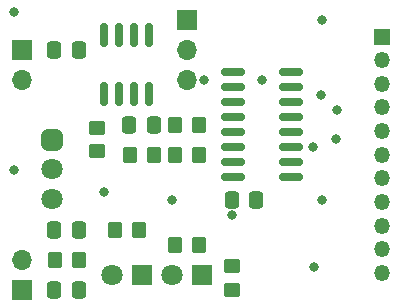
<source format=gbr>
%TF.GenerationSoftware,KiCad,Pcbnew,(6.0.6)*%
%TF.CreationDate,2022-07-12T11:31:36+01:00*%
%TF.ProjectId,c64 tape interface,63363420-7461-4706-9520-696e74657266,rev?*%
%TF.SameCoordinates,Original*%
%TF.FileFunction,Soldermask,Bot*%
%TF.FilePolarity,Negative*%
%FSLAX46Y46*%
G04 Gerber Fmt 4.6, Leading zero omitted, Abs format (unit mm)*
G04 Created by KiCad (PCBNEW (6.0.6)) date 2022-07-12 11:31:36*
%MOMM*%
%LPD*%
G01*
G04 APERTURE LIST*
G04 Aperture macros list*
%AMRoundRect*
0 Rectangle with rounded corners*
0 $1 Rounding radius*
0 $2 $3 $4 $5 $6 $7 $8 $9 X,Y pos of 4 corners*
0 Add a 4 corners polygon primitive as box body*
4,1,4,$2,$3,$4,$5,$6,$7,$8,$9,$2,$3,0*
0 Add four circle primitives for the rounded corners*
1,1,$1+$1,$2,$3*
1,1,$1+$1,$4,$5*
1,1,$1+$1,$6,$7*
1,1,$1+$1,$8,$9*
0 Add four rect primitives between the rounded corners*
20,1,$1+$1,$2,$3,$4,$5,0*
20,1,$1+$1,$4,$5,$6,$7,0*
20,1,$1+$1,$6,$7,$8,$9,0*
20,1,$1+$1,$8,$9,$2,$3,0*%
G04 Aperture macros list end*
%ADD10R,1.700000X1.700000*%
%ADD11O,1.700000X1.700000*%
%ADD12R,1.800000X1.800000*%
%ADD13C,1.800000*%
%ADD14RoundRect,0.450000X0.450000X0.450000X-0.450000X0.450000X-0.450000X-0.450000X0.450000X-0.450000X0*%
%ADD15RoundRect,0.250000X0.350000X0.450000X-0.350000X0.450000X-0.350000X-0.450000X0.350000X-0.450000X0*%
%ADD16RoundRect,0.250000X0.337500X0.475000X-0.337500X0.475000X-0.337500X-0.475000X0.337500X-0.475000X0*%
%ADD17RoundRect,0.250000X-0.450000X0.350000X-0.450000X-0.350000X0.450000X-0.350000X0.450000X0.350000X0*%
%ADD18RoundRect,0.150000X0.150000X-0.825000X0.150000X0.825000X-0.150000X0.825000X-0.150000X-0.825000X0*%
%ADD19RoundRect,0.250000X0.450000X-0.350000X0.450000X0.350000X-0.450000X0.350000X-0.450000X-0.350000X0*%
%ADD20RoundRect,0.250000X-0.350000X-0.450000X0.350000X-0.450000X0.350000X0.450000X-0.350000X0.450000X0*%
%ADD21R,1.350000X1.350000*%
%ADD22O,1.350000X1.350000*%
%ADD23RoundRect,0.150000X-0.825000X-0.150000X0.825000X-0.150000X0.825000X0.150000X-0.825000X0.150000X0*%
%ADD24RoundRect,0.250000X-0.337500X-0.475000X0.337500X-0.475000X0.337500X0.475000X-0.337500X0.475000X0*%
%ADD25C,0.800000*%
G04 APERTURE END LIST*
D10*
%TO.C,JP1*%
X124460000Y-43180000D03*
D11*
X124460000Y-45720000D03*
X124460000Y-48260000D03*
%TD*%
D12*
%TO.C,D1*%
X125730000Y-64770000D03*
D13*
X123190000Y-64770000D03*
%TD*%
D10*
%TO.C,J1*%
X110490000Y-66040000D03*
D11*
X110490000Y-63500000D03*
%TD*%
D10*
%TO.C,J2*%
X110490000Y-45720000D03*
D11*
X110490000Y-48260000D03*
%TD*%
D14*
%TO.C,RV1*%
X113030000Y-53340000D03*
D13*
X113030000Y-55840000D03*
X113030000Y-58340000D03*
%TD*%
D12*
%TO.C,D2*%
X120650000Y-64770000D03*
D13*
X118110000Y-64770000D03*
%TD*%
D15*
%TO.C,R6*%
X125460000Y-62230000D03*
X123460000Y-62230000D03*
%TD*%
D16*
%TO.C,C5*%
X121687500Y-52070000D03*
X119612500Y-52070000D03*
%TD*%
D17*
%TO.C,R7*%
X128270000Y-64040000D03*
X128270000Y-66040000D03*
%TD*%
D18*
%TO.C,U2*%
X121285000Y-49465000D03*
X120015000Y-49465000D03*
X118745000Y-49465000D03*
X117475000Y-49465000D03*
X117475000Y-44515000D03*
X118745000Y-44515000D03*
X120015000Y-44515000D03*
X121285000Y-44515000D03*
%TD*%
D16*
%TO.C,C3*%
X130345000Y-58420000D03*
X128270000Y-58420000D03*
%TD*%
D19*
%TO.C,R2*%
X116840000Y-54340000D03*
X116840000Y-52340000D03*
%TD*%
D20*
%TO.C,R8*%
X118380000Y-60960000D03*
X120380000Y-60960000D03*
%TD*%
D16*
%TO.C,C2*%
X115337500Y-45720000D03*
X113262500Y-45720000D03*
%TD*%
D21*
%TO.C,J3*%
X140970000Y-44610000D03*
D22*
X140970000Y-46610000D03*
X140970000Y-48610000D03*
X140970000Y-50610000D03*
X140970000Y-52610000D03*
X140970000Y-54610000D03*
X140970000Y-56610000D03*
X140970000Y-58610000D03*
X140970000Y-60610000D03*
X140970000Y-62610000D03*
X140970000Y-64610000D03*
%TD*%
D20*
%TO.C,R3*%
X119650000Y-54610000D03*
X121650000Y-54610000D03*
%TD*%
D23*
%TO.C,U1*%
X128335000Y-56515000D03*
X128335000Y-55245000D03*
X128335000Y-53975000D03*
X128335000Y-52705000D03*
X128335000Y-51435000D03*
X128335000Y-50165000D03*
X128335000Y-48895000D03*
X128335000Y-47625000D03*
X133285000Y-47625000D03*
X133285000Y-48895000D03*
X133285000Y-50165000D03*
X133285000Y-51435000D03*
X133285000Y-52705000D03*
X133285000Y-53975000D03*
X133285000Y-55245000D03*
X133285000Y-56515000D03*
%TD*%
D20*
%TO.C,R4*%
X123460000Y-54610000D03*
X125460000Y-54610000D03*
%TD*%
D16*
%TO.C,C1*%
X115337500Y-66040000D03*
X113262500Y-66040000D03*
%TD*%
D20*
%TO.C,R1*%
X113300000Y-63500000D03*
X115300000Y-63500000D03*
%TD*%
%TO.C,R5*%
X123460000Y-52070000D03*
X125460000Y-52070000D03*
%TD*%
D24*
%TO.C,C4*%
X113262500Y-60960000D03*
X115337500Y-60960000D03*
%TD*%
D25*
X123190000Y-58420000D03*
X135255000Y-64135000D03*
X135165500Y-53975000D03*
X109855000Y-42545000D03*
X125909503Y-48260000D03*
X135890000Y-43180000D03*
X117475000Y-57785000D03*
X109855000Y-55880000D03*
X128270000Y-59690000D03*
X137160000Y-50800000D03*
X137121076Y-53301076D03*
X130810000Y-48260000D03*
X135851076Y-49568924D03*
X135890000Y-58420000D03*
M02*

</source>
